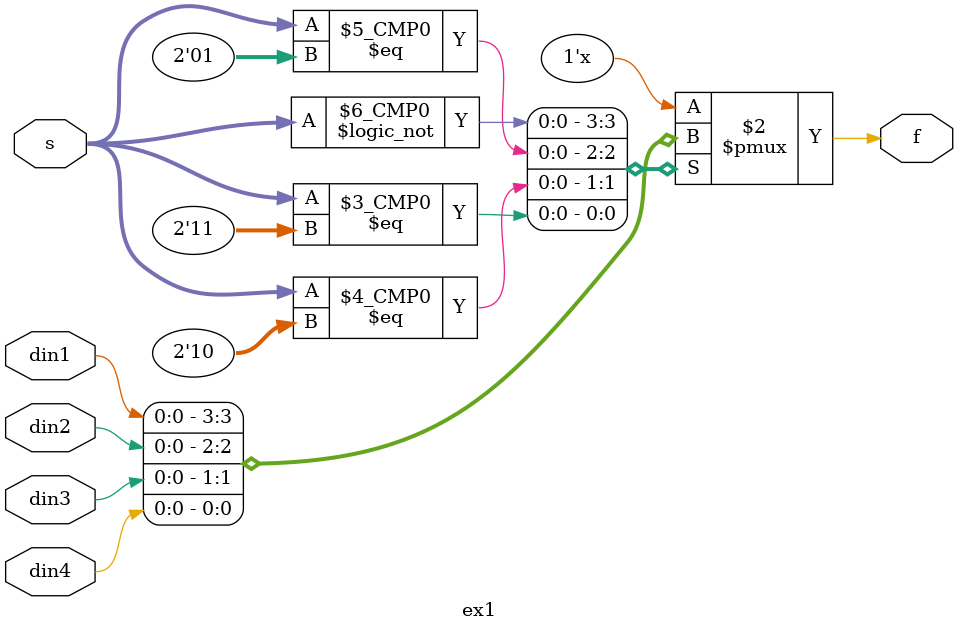
<source format=v>
module ex1 (
	input din1,
	input din2,
	input din3,
	input din4,
	input [1:0] s,
	output reg f
);

always@ (*)
	begin
		case (s)
			2'b 00: f = din1;
			2'b 01: f = din2;
			2'b 10: f = din3;
			2'b 11: f = din4;
		endcase
	end
endmodule

</source>
